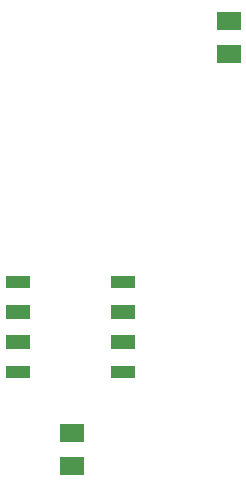
<source format=gbr>
G04 EAGLE Gerber RS-274X export*
G75*
%MOMM*%
%FSLAX34Y34*%
%LPD*%
%INSolderpaste Bottom*%
%IPPOS*%
%AMOC8*
5,1,8,0,0,1.08239X$1,22.5*%
G01*
%ADD10R,2.000000X1.016000*%
%ADD11R,2.000000X1.270000*%
%ADD12R,2.000000X1.600000*%


D10*
X559800Y493300D03*
D11*
X559800Y467900D03*
X559800Y442500D03*
D10*
X559800Y417100D03*
X470800Y417100D03*
D11*
X470800Y442500D03*
X470800Y467900D03*
D10*
X470800Y493300D03*
D12*
X649400Y713700D03*
X649400Y685700D03*
X516400Y365200D03*
X516400Y337200D03*
M02*

</source>
